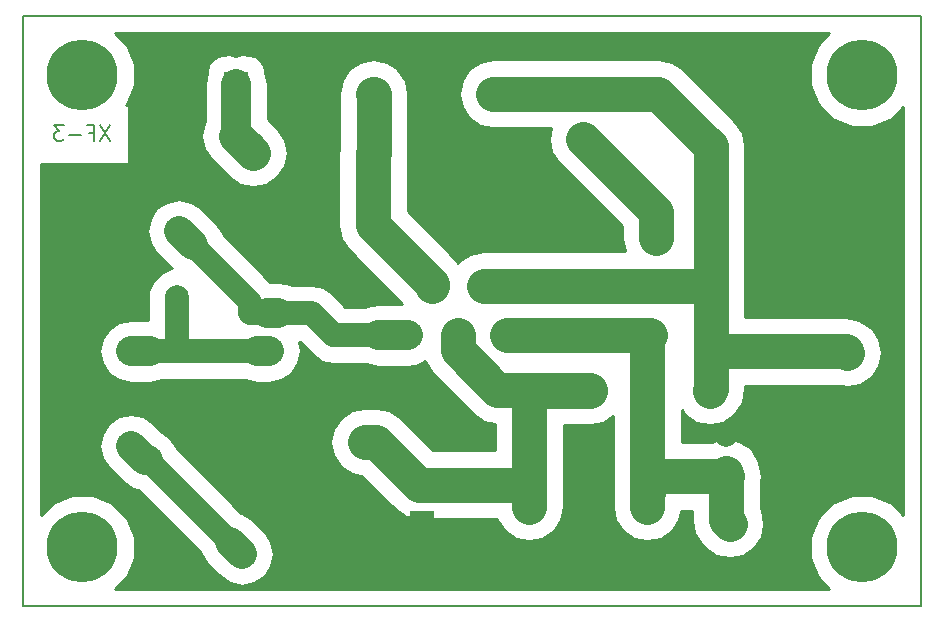
<source format=gbr>
G04 #@! TF.FileFunction,Copper,L2,Bot,Signal*
%FSLAX46Y46*%
G04 Gerber Fmt 4.6, Leading zero omitted, Abs format (unit mm)*
G04 Created by KiCad (PCBNEW 4.0.7+dfsg1-1~bpo9+1) date Sun Apr 15 22:39:30 2018*
%MOMM*%
%LPD*%
G01*
G04 APERTURE LIST*
%ADD10C,0.100000*%
%ADD11C,0.200000*%
%ADD12C,0.150000*%
%ADD13O,1.800860X2.499360*%
%ADD14C,2.000000*%
%ADD15R,2.000000X1.998980*%
%ADD16C,6.000000*%
%ADD17R,2.000000X2.000000*%
%ADD18O,1.981200X3.962400*%
%ADD19O,3.962400X1.981200*%
%ADD20O,2.000000X2.000000*%
%ADD21C,2.500000*%
%ADD22C,2.000000*%
%ADD23C,3.000000*%
%ADD24C,0.250000*%
G04 APERTURE END LIST*
D10*
D11*
X7364286Y-9288095D02*
X6497619Y-10588095D01*
X6497619Y-9288095D02*
X7364286Y-10588095D01*
X5569048Y-9907143D02*
X6002381Y-9907143D01*
X6002381Y-10588095D02*
X6002381Y-9288095D01*
X5383334Y-9288095D01*
X4888095Y-10092857D02*
X3897619Y-10092857D01*
X3402381Y-9288095D02*
X2597619Y-9288095D01*
X3030952Y-9783333D01*
X2845238Y-9783333D01*
X2721428Y-9845238D01*
X2659524Y-9907143D01*
X2597619Y-10030952D01*
X2597619Y-10340476D01*
X2659524Y-10464286D01*
X2721428Y-10526190D01*
X2845238Y-10588095D01*
X3216666Y-10588095D01*
X3340476Y-10526190D01*
X3402381Y-10464286D01*
D12*
X0Y0D02*
X76000000Y0D01*
X76000000Y0D02*
X76000000Y-50000000D01*
X0Y-50000000D02*
X76000000Y-50000000D01*
X0Y0D02*
X0Y-50000000D01*
D13*
X36775000Y-27050000D03*
X32575000Y-27050000D03*
X40975000Y-27050000D03*
X38975000Y-22850000D03*
X34575000Y-22850000D03*
D14*
X58185000Y-26924000D03*
D15*
X48025000Y-26924000D03*
D14*
X47990000Y-31652540D03*
D15*
X58150000Y-31652540D03*
D14*
X2840000Y-23800000D03*
X13000000Y-23800000D03*
X57560000Y-10400000D03*
X47400000Y-10400000D03*
X3000000Y-18200000D03*
X13160000Y-18200000D03*
X39800000Y-6600000D03*
X29640000Y-6600000D03*
X29660000Y-11600000D03*
X19500000Y-11600000D03*
D16*
X5000000Y-45000000D03*
X71000000Y-45000000D03*
X71000000Y-5000000D03*
X5000000Y-5000000D03*
D14*
X59500000Y-35500000D03*
D17*
X59500000Y-38700000D03*
D14*
X33710000Y-39760000D03*
D17*
X33710000Y-42960000D03*
D14*
X20510000Y-25160000D03*
D17*
X20510000Y-28360000D03*
D14*
X18010000Y-2560000D03*
D17*
X18010000Y-5760000D03*
D18*
X42800000Y-40600000D03*
X47800000Y-40600000D03*
X52800000Y-40600000D03*
D19*
X69100000Y-33425000D03*
X69100000Y-28425000D03*
D20*
X9100000Y-28400000D03*
X9100000Y-32400000D03*
X9100000Y-36400000D03*
X18450000Y-45500000D03*
X22450000Y-45500000D03*
D17*
X29400000Y-36000000D03*
D14*
X24400000Y-36000000D03*
D17*
X53600000Y-18400000D03*
D14*
X48600000Y-18400000D03*
D17*
X59800000Y-43000000D03*
D14*
X64800000Y-43000000D03*
D21*
X9100000Y-36400000D02*
X10314213Y-37614213D01*
X10314213Y-37614213D02*
X10564213Y-37614213D01*
X18525000Y-45575000D02*
X17525001Y-44575001D01*
D22*
X10564213Y-37614213D02*
X17525001Y-44575001D01*
X19185787Y-24225787D02*
X14400000Y-19440000D01*
D21*
X13160000Y-18200000D02*
X14400000Y-19440000D01*
D22*
X19185787Y-25200000D02*
X19185787Y-24225787D01*
X20600000Y-25200000D02*
X19185787Y-25200000D01*
X24400000Y-25200000D02*
X26250000Y-27050000D01*
X26250000Y-27050000D02*
X30050000Y-27050000D01*
X21600000Y-25200000D02*
X24400000Y-25200000D01*
D21*
X20600000Y-25200000D02*
X21600000Y-25200000D01*
X32575000Y-27050000D02*
X30050000Y-27050000D01*
X18010000Y-5760000D02*
X18010000Y-9260000D01*
X18000000Y-9270000D02*
X18000000Y-10160000D01*
X18010000Y-9260000D02*
X18000000Y-9270000D01*
D23*
X18000000Y-10160000D02*
X19440000Y-11600000D01*
D22*
X19440000Y-11600000D02*
X19440000Y-10840000D01*
D23*
X59500000Y-38700000D02*
X59500000Y-42700000D01*
X59500000Y-42700000D02*
X59800000Y-43000000D01*
X52825000Y-41575000D02*
X52825000Y-38600000D01*
X52825000Y-38600000D02*
X52825000Y-36175000D01*
X59600000Y-39000000D02*
X53225000Y-39000000D01*
X53225000Y-39000000D02*
X52825000Y-38600000D01*
X52825000Y-27275000D02*
X52825000Y-36175000D01*
X40975000Y-27050000D02*
X47927540Y-27050000D01*
X47927540Y-27050000D02*
X53050000Y-27050000D01*
X53050000Y-27050000D02*
X52825000Y-27275000D01*
X52825000Y-36175000D02*
X52825000Y-39725000D01*
X52900000Y-40400000D02*
X52825000Y-40475000D01*
X33500000Y-39725000D02*
X29875000Y-36100000D01*
X29875000Y-36100000D02*
X28925000Y-36100000D01*
X42825000Y-38725000D02*
X42825000Y-35493800D01*
X42825000Y-40475000D02*
X42825000Y-38725000D01*
X42825000Y-41575000D02*
X42825000Y-38725000D01*
X42850000Y-35468800D02*
X42850000Y-31750000D01*
X42825000Y-35493800D02*
X42850000Y-35468800D01*
X42825000Y-39725000D02*
X33500000Y-39725000D01*
X40127540Y-31652540D02*
X47990000Y-31652540D01*
X36775000Y-28300000D02*
X40127540Y-31652540D01*
X36775000Y-27050000D02*
X36775000Y-28300000D01*
X47940000Y-31750000D02*
X42850000Y-31750000D01*
X36799140Y-26999637D02*
X36799140Y-27274740D01*
X53600000Y-18800000D02*
X53600000Y-16600000D01*
X53600000Y-16600000D02*
X47400000Y-10400000D01*
X39800000Y-6600000D02*
X53760000Y-6600000D01*
X53760000Y-6600000D02*
X57560000Y-10400000D01*
X58185000Y-26924000D02*
X58185000Y-22800000D01*
X58185000Y-22800000D02*
X58185000Y-11025000D01*
X38975000Y-22850000D02*
X58135000Y-22850000D01*
X58135000Y-22850000D02*
X58185000Y-22800000D01*
X58185000Y-11025000D02*
X57560000Y-10400000D01*
X58185000Y-28425000D02*
X69650000Y-28425000D01*
X69650000Y-28425000D02*
X69750000Y-28525000D01*
X58185000Y-26747460D02*
X58185000Y-28425000D01*
X58185000Y-28425000D02*
X58185000Y-31617540D01*
X58185000Y-31617540D02*
X58150000Y-31652540D01*
X58125000Y-31725000D02*
X58100000Y-31750000D01*
X29660000Y-11600000D02*
X29660000Y-6620000D01*
X29660000Y-6620000D02*
X29640000Y-6600000D01*
X34575000Y-22850000D02*
X34575000Y-22725000D01*
X34575000Y-22725000D02*
X29600000Y-17750000D01*
X29600000Y-17750000D02*
X29600000Y-11600000D01*
D22*
X9100000Y-28400000D02*
X20800000Y-28400000D01*
X13000000Y-28400000D02*
X10750000Y-28400000D01*
X13000000Y-23800000D02*
X13000000Y-25213492D01*
X13000000Y-25213492D02*
X13000000Y-28400000D01*
X19800000Y-28400000D02*
X19790000Y-28410000D01*
D21*
X20800000Y-28400000D02*
X19800000Y-28400000D01*
X9100000Y-28400000D02*
X10750000Y-28400000D01*
D24*
G36*
X67250855Y-2490166D02*
X66575770Y-4115952D01*
X66574233Y-5876325D01*
X67246480Y-7503287D01*
X68490166Y-8749145D01*
X70115952Y-9424230D01*
X71876325Y-9425767D01*
X73503287Y-8753520D01*
X74500000Y-7758545D01*
X74500000Y-42242750D01*
X73509834Y-41250855D01*
X71884048Y-40575770D01*
X70123675Y-40574233D01*
X68496713Y-41246480D01*
X67250855Y-42490166D01*
X66575770Y-44115952D01*
X66574233Y-45876325D01*
X67246480Y-47503287D01*
X68241455Y-48500000D01*
X7757250Y-48500000D01*
X8749145Y-47509834D01*
X9424230Y-45884048D01*
X9425767Y-44123675D01*
X8753520Y-42496713D01*
X7509834Y-41250855D01*
X5884048Y-40575770D01*
X4123675Y-40574233D01*
X2496713Y-41246480D01*
X1500000Y-42241455D01*
X1500000Y-36400000D01*
X6424999Y-36400000D01*
X6628622Y-37423678D01*
X7208489Y-38291511D01*
X8422700Y-39505721D01*
X8422702Y-39505724D01*
X9290535Y-40085591D01*
X9684484Y-40163952D01*
X15037337Y-45516805D01*
X15053623Y-45598679D01*
X15633490Y-46466512D01*
X16633489Y-47466511D01*
X17501321Y-48046378D01*
X18525000Y-48250000D01*
X19548678Y-48046378D01*
X20416511Y-47466511D01*
X20996378Y-46598678D01*
X21200000Y-45575000D01*
X20996378Y-44551321D01*
X20416511Y-43683489D01*
X19416512Y-42683490D01*
X18548679Y-42103623D01*
X18466805Y-42087337D01*
X13051877Y-36672409D01*
X13035591Y-36590535D01*
X12455724Y-35722702D01*
X11702306Y-35219285D01*
X10991511Y-34508489D01*
X10123678Y-33928622D01*
X9100000Y-33724999D01*
X8076322Y-33928622D01*
X7208489Y-34508489D01*
X6628622Y-35376322D01*
X6424999Y-36400000D01*
X1500000Y-36400000D01*
X1500000Y-28400000D01*
X6425000Y-28400000D01*
X6628622Y-29423678D01*
X7208489Y-30291511D01*
X8076322Y-30871378D01*
X9100000Y-31075000D01*
X10750000Y-31075000D01*
X11773678Y-30871378D01*
X11843088Y-30825000D01*
X18706912Y-30825000D01*
X18776322Y-30871378D01*
X19800000Y-31075000D01*
X20800000Y-31075000D01*
X21823678Y-30871378D01*
X22691511Y-30291511D01*
X23271378Y-29423678D01*
X23475000Y-28400000D01*
X23320843Y-27625000D01*
X23395532Y-27625000D01*
X24535266Y-28764734D01*
X25321992Y-29290408D01*
X26250000Y-29475000D01*
X28956912Y-29475000D01*
X29026322Y-29521378D01*
X30050000Y-29725000D01*
X32313176Y-29725000D01*
X32575000Y-29777080D01*
X33464904Y-29600067D01*
X33575885Y-29525912D01*
X33598678Y-29521378D01*
X34034961Y-29229863D01*
X34072652Y-29419349D01*
X34706713Y-30368287D01*
X38059253Y-33720828D01*
X38634128Y-34104947D01*
X39008191Y-34354888D01*
X39925000Y-34537252D01*
X39925000Y-35368116D01*
X39900000Y-35493800D01*
X39900000Y-36800000D01*
X34711574Y-36800000D01*
X31943287Y-34031713D01*
X30994349Y-33397652D01*
X29875000Y-33175000D01*
X28925000Y-33175000D01*
X27805651Y-33397652D01*
X26856713Y-34031713D01*
X26222652Y-34980651D01*
X26000000Y-36100000D01*
X26222652Y-37219349D01*
X26856713Y-38168287D01*
X27805651Y-38802348D01*
X28598477Y-38960051D01*
X31431713Y-41793287D01*
X32380651Y-42427348D01*
X33500000Y-42650000D01*
X40113830Y-42650000D01*
X40122652Y-42694349D01*
X40756713Y-43643287D01*
X41705651Y-44277348D01*
X42825000Y-44500000D01*
X43944349Y-44277348D01*
X44893287Y-43643287D01*
X45527348Y-42694349D01*
X45750000Y-41575000D01*
X45750000Y-35594484D01*
X45775000Y-35468800D01*
X45775000Y-34675000D01*
X47940000Y-34675000D01*
X49059349Y-34452348D01*
X49900000Y-33890642D01*
X49900000Y-41575000D01*
X50122652Y-42694349D01*
X50756713Y-43643287D01*
X51705651Y-44277348D01*
X52825000Y-44500000D01*
X53944349Y-44277348D01*
X54893287Y-43643287D01*
X55527348Y-42694349D01*
X55680381Y-41925000D01*
X56575000Y-41925000D01*
X56575000Y-42700000D01*
X56797652Y-43819349D01*
X57431713Y-44768287D01*
X57731713Y-45068287D01*
X58680651Y-45702348D01*
X59800000Y-45924999D01*
X60919349Y-45702348D01*
X61868287Y-45068287D01*
X62502348Y-44119349D01*
X62724999Y-43000000D01*
X62502348Y-41880651D01*
X62425000Y-41764892D01*
X62425000Y-39502735D01*
X62525000Y-39000000D01*
X62302348Y-37880651D01*
X62244928Y-37794716D01*
X62202348Y-37580651D01*
X61568287Y-36631713D01*
X60619349Y-35997652D01*
X59500000Y-35775000D01*
X58380651Y-35997652D01*
X58264892Y-36075000D01*
X55750000Y-36075000D01*
X55750000Y-33396674D01*
X56031713Y-33818287D01*
X56980651Y-34452348D01*
X58100000Y-34675000D01*
X59219349Y-34452348D01*
X60168287Y-33818287D01*
X60193287Y-33793288D01*
X60827348Y-32844350D01*
X60832351Y-32819199D01*
X60887348Y-32736890D01*
X61007511Y-32132786D01*
X61110000Y-31617540D01*
X61110000Y-31350000D01*
X69247268Y-31350000D01*
X69750000Y-31449999D01*
X70869349Y-31227348D01*
X71818287Y-30593287D01*
X72452348Y-29644349D01*
X72674999Y-28525000D01*
X72452348Y-27405650D01*
X71818287Y-26456712D01*
X71718287Y-26356713D01*
X70769349Y-25722652D01*
X69650000Y-25500000D01*
X61110000Y-25500000D01*
X61110000Y-11025000D01*
X60887348Y-9905651D01*
X60887348Y-9905650D01*
X60253287Y-8956712D01*
X59628290Y-8331716D01*
X59628288Y-8331713D01*
X55828287Y-4531713D01*
X54879349Y-3897652D01*
X53760000Y-3675000D01*
X39800000Y-3675000D01*
X38680651Y-3897652D01*
X37731713Y-4531713D01*
X37097652Y-5480651D01*
X36875000Y-6600000D01*
X37097652Y-7719349D01*
X37731713Y-8668287D01*
X38680651Y-9302348D01*
X39800000Y-9525000D01*
X44649048Y-9525000D01*
X44475000Y-10400000D01*
X44697652Y-11519349D01*
X45331713Y-12468287D01*
X50675000Y-17811574D01*
X50675000Y-18800000D01*
X50897652Y-19919349D01*
X50901428Y-19925000D01*
X38975000Y-19925000D01*
X37855651Y-20147652D01*
X36906713Y-20781713D01*
X36816762Y-20916335D01*
X36643287Y-20656712D01*
X32525000Y-16538426D01*
X32525000Y-11901641D01*
X32585000Y-11600000D01*
X32585000Y-6620000D01*
X32362348Y-5500651D01*
X32362348Y-5500650D01*
X31728287Y-4551712D01*
X31708287Y-4531713D01*
X30759349Y-3897652D01*
X29640000Y-3675000D01*
X28520651Y-3897652D01*
X27571713Y-4531713D01*
X26937652Y-5480651D01*
X26715000Y-6600000D01*
X26735000Y-6700547D01*
X26735000Y-11298359D01*
X26675000Y-11600000D01*
X26675000Y-17750000D01*
X26897652Y-18869349D01*
X27531713Y-19818287D01*
X32088425Y-24375000D01*
X30050000Y-24375000D01*
X29026322Y-24578622D01*
X28956912Y-24625000D01*
X27254468Y-24625000D01*
X26114734Y-23485266D01*
X25328008Y-22959592D01*
X24400000Y-22775000D01*
X22693088Y-22775000D01*
X22623678Y-22728622D01*
X21600000Y-22525000D01*
X20909840Y-22525000D01*
X20900521Y-22511053D01*
X16887664Y-18498196D01*
X16871378Y-18416322D01*
X16291511Y-17548489D01*
X15051511Y-16308489D01*
X14183678Y-15728622D01*
X13160000Y-15524999D01*
X12136322Y-15728622D01*
X11268489Y-16308489D01*
X10688622Y-17176322D01*
X10484999Y-18200000D01*
X10688622Y-19223678D01*
X11268489Y-20091511D01*
X12508489Y-21331511D01*
X12573016Y-21374626D01*
X12519754Y-21374580D01*
X11628142Y-21742986D01*
X10945383Y-22424554D01*
X10575421Y-23315521D01*
X10574580Y-24280246D01*
X10575000Y-24281262D01*
X10575000Y-25725000D01*
X9100000Y-25725000D01*
X8076322Y-25928622D01*
X7208489Y-26508489D01*
X6628622Y-27376322D01*
X6425000Y-28400000D01*
X1500000Y-28400000D01*
X1500000Y-12565000D01*
X8975000Y-12565000D01*
X8975000Y-10160000D01*
X15075000Y-10160000D01*
X15297652Y-11279349D01*
X15931713Y-12228287D01*
X17371713Y-13668288D01*
X18320651Y-14302348D01*
X19440000Y-14525000D01*
X20559350Y-14302348D01*
X21508288Y-13668288D01*
X22142348Y-12719350D01*
X22365000Y-11600000D01*
X22142348Y-10480651D01*
X21508288Y-9531713D01*
X21261243Y-9284668D01*
X21154734Y-9125266D01*
X20995331Y-9018756D01*
X20685000Y-8708426D01*
X20685000Y-5760000D01*
X20481378Y-4736322D01*
X20449479Y-4688581D01*
X20363553Y-4231927D01*
X20051462Y-3746923D01*
X19575266Y-3421552D01*
X19083618Y-3321991D01*
X19033678Y-3288622D01*
X18010000Y-3085000D01*
X16986322Y-3288622D01*
X16938581Y-3320521D01*
X16481927Y-3406447D01*
X15996923Y-3718538D01*
X15671552Y-4194734D01*
X15571991Y-4686382D01*
X15538622Y-4736322D01*
X15335000Y-5760000D01*
X15335000Y-8984756D01*
X15297652Y-9040651D01*
X15075000Y-10160000D01*
X8975000Y-10160000D01*
X8975000Y-7565000D01*
X8693883Y-7565000D01*
X8749145Y-7509834D01*
X9424230Y-5884048D01*
X9425767Y-4123675D01*
X8753520Y-2496713D01*
X7758545Y-1500000D01*
X68242750Y-1500000D01*
X67250855Y-2490166D01*
X67250855Y-2490166D01*
G37*
X67250855Y-2490166D02*
X66575770Y-4115952D01*
X66574233Y-5876325D01*
X67246480Y-7503287D01*
X68490166Y-8749145D01*
X70115952Y-9424230D01*
X71876325Y-9425767D01*
X73503287Y-8753520D01*
X74500000Y-7758545D01*
X74500000Y-42242750D01*
X73509834Y-41250855D01*
X71884048Y-40575770D01*
X70123675Y-40574233D01*
X68496713Y-41246480D01*
X67250855Y-42490166D01*
X66575770Y-44115952D01*
X66574233Y-45876325D01*
X67246480Y-47503287D01*
X68241455Y-48500000D01*
X7757250Y-48500000D01*
X8749145Y-47509834D01*
X9424230Y-45884048D01*
X9425767Y-44123675D01*
X8753520Y-42496713D01*
X7509834Y-41250855D01*
X5884048Y-40575770D01*
X4123675Y-40574233D01*
X2496713Y-41246480D01*
X1500000Y-42241455D01*
X1500000Y-36400000D01*
X6424999Y-36400000D01*
X6628622Y-37423678D01*
X7208489Y-38291511D01*
X8422700Y-39505721D01*
X8422702Y-39505724D01*
X9290535Y-40085591D01*
X9684484Y-40163952D01*
X15037337Y-45516805D01*
X15053623Y-45598679D01*
X15633490Y-46466512D01*
X16633489Y-47466511D01*
X17501321Y-48046378D01*
X18525000Y-48250000D01*
X19548678Y-48046378D01*
X20416511Y-47466511D01*
X20996378Y-46598678D01*
X21200000Y-45575000D01*
X20996378Y-44551321D01*
X20416511Y-43683489D01*
X19416512Y-42683490D01*
X18548679Y-42103623D01*
X18466805Y-42087337D01*
X13051877Y-36672409D01*
X13035591Y-36590535D01*
X12455724Y-35722702D01*
X11702306Y-35219285D01*
X10991511Y-34508489D01*
X10123678Y-33928622D01*
X9100000Y-33724999D01*
X8076322Y-33928622D01*
X7208489Y-34508489D01*
X6628622Y-35376322D01*
X6424999Y-36400000D01*
X1500000Y-36400000D01*
X1500000Y-28400000D01*
X6425000Y-28400000D01*
X6628622Y-29423678D01*
X7208489Y-30291511D01*
X8076322Y-30871378D01*
X9100000Y-31075000D01*
X10750000Y-31075000D01*
X11773678Y-30871378D01*
X11843088Y-30825000D01*
X18706912Y-30825000D01*
X18776322Y-30871378D01*
X19800000Y-31075000D01*
X20800000Y-31075000D01*
X21823678Y-30871378D01*
X22691511Y-30291511D01*
X23271378Y-29423678D01*
X23475000Y-28400000D01*
X23320843Y-27625000D01*
X23395532Y-27625000D01*
X24535266Y-28764734D01*
X25321992Y-29290408D01*
X26250000Y-29475000D01*
X28956912Y-29475000D01*
X29026322Y-29521378D01*
X30050000Y-29725000D01*
X32313176Y-29725000D01*
X32575000Y-29777080D01*
X33464904Y-29600067D01*
X33575885Y-29525912D01*
X33598678Y-29521378D01*
X34034961Y-29229863D01*
X34072652Y-29419349D01*
X34706713Y-30368287D01*
X38059253Y-33720828D01*
X38634128Y-34104947D01*
X39008191Y-34354888D01*
X39925000Y-34537252D01*
X39925000Y-35368116D01*
X39900000Y-35493800D01*
X39900000Y-36800000D01*
X34711574Y-36800000D01*
X31943287Y-34031713D01*
X30994349Y-33397652D01*
X29875000Y-33175000D01*
X28925000Y-33175000D01*
X27805651Y-33397652D01*
X26856713Y-34031713D01*
X26222652Y-34980651D01*
X26000000Y-36100000D01*
X26222652Y-37219349D01*
X26856713Y-38168287D01*
X27805651Y-38802348D01*
X28598477Y-38960051D01*
X31431713Y-41793287D01*
X32380651Y-42427348D01*
X33500000Y-42650000D01*
X40113830Y-42650000D01*
X40122652Y-42694349D01*
X40756713Y-43643287D01*
X41705651Y-44277348D01*
X42825000Y-44500000D01*
X43944349Y-44277348D01*
X44893287Y-43643287D01*
X45527348Y-42694349D01*
X45750000Y-41575000D01*
X45750000Y-35594484D01*
X45775000Y-35468800D01*
X45775000Y-34675000D01*
X47940000Y-34675000D01*
X49059349Y-34452348D01*
X49900000Y-33890642D01*
X49900000Y-41575000D01*
X50122652Y-42694349D01*
X50756713Y-43643287D01*
X51705651Y-44277348D01*
X52825000Y-44500000D01*
X53944349Y-44277348D01*
X54893287Y-43643287D01*
X55527348Y-42694349D01*
X55680381Y-41925000D01*
X56575000Y-41925000D01*
X56575000Y-42700000D01*
X56797652Y-43819349D01*
X57431713Y-44768287D01*
X57731713Y-45068287D01*
X58680651Y-45702348D01*
X59800000Y-45924999D01*
X60919349Y-45702348D01*
X61868287Y-45068287D01*
X62502348Y-44119349D01*
X62724999Y-43000000D01*
X62502348Y-41880651D01*
X62425000Y-41764892D01*
X62425000Y-39502735D01*
X62525000Y-39000000D01*
X62302348Y-37880651D01*
X62244928Y-37794716D01*
X62202348Y-37580651D01*
X61568287Y-36631713D01*
X60619349Y-35997652D01*
X59500000Y-35775000D01*
X58380651Y-35997652D01*
X58264892Y-36075000D01*
X55750000Y-36075000D01*
X55750000Y-33396674D01*
X56031713Y-33818287D01*
X56980651Y-34452348D01*
X58100000Y-34675000D01*
X59219349Y-34452348D01*
X60168287Y-33818287D01*
X60193287Y-33793288D01*
X60827348Y-32844350D01*
X60832351Y-32819199D01*
X60887348Y-32736890D01*
X61007511Y-32132786D01*
X61110000Y-31617540D01*
X61110000Y-31350000D01*
X69247268Y-31350000D01*
X69750000Y-31449999D01*
X70869349Y-31227348D01*
X71818287Y-30593287D01*
X72452348Y-29644349D01*
X72674999Y-28525000D01*
X72452348Y-27405650D01*
X71818287Y-26456712D01*
X71718287Y-26356713D01*
X70769349Y-25722652D01*
X69650000Y-25500000D01*
X61110000Y-25500000D01*
X61110000Y-11025000D01*
X60887348Y-9905651D01*
X60887348Y-9905650D01*
X60253287Y-8956712D01*
X59628290Y-8331716D01*
X59628288Y-8331713D01*
X55828287Y-4531713D01*
X54879349Y-3897652D01*
X53760000Y-3675000D01*
X39800000Y-3675000D01*
X38680651Y-3897652D01*
X37731713Y-4531713D01*
X37097652Y-5480651D01*
X36875000Y-6600000D01*
X37097652Y-7719349D01*
X37731713Y-8668287D01*
X38680651Y-9302348D01*
X39800000Y-9525000D01*
X44649048Y-9525000D01*
X44475000Y-10400000D01*
X44697652Y-11519349D01*
X45331713Y-12468287D01*
X50675000Y-17811574D01*
X50675000Y-18800000D01*
X50897652Y-19919349D01*
X50901428Y-19925000D01*
X38975000Y-19925000D01*
X37855651Y-20147652D01*
X36906713Y-20781713D01*
X36816762Y-20916335D01*
X36643287Y-20656712D01*
X32525000Y-16538426D01*
X32525000Y-11901641D01*
X32585000Y-11600000D01*
X32585000Y-6620000D01*
X32362348Y-5500651D01*
X32362348Y-5500650D01*
X31728287Y-4551712D01*
X31708287Y-4531713D01*
X30759349Y-3897652D01*
X29640000Y-3675000D01*
X28520651Y-3897652D01*
X27571713Y-4531713D01*
X26937652Y-5480651D01*
X26715000Y-6600000D01*
X26735000Y-6700547D01*
X26735000Y-11298359D01*
X26675000Y-11600000D01*
X26675000Y-17750000D01*
X26897652Y-18869349D01*
X27531713Y-19818287D01*
X32088425Y-24375000D01*
X30050000Y-24375000D01*
X29026322Y-24578622D01*
X28956912Y-24625000D01*
X27254468Y-24625000D01*
X26114734Y-23485266D01*
X25328008Y-22959592D01*
X24400000Y-22775000D01*
X22693088Y-22775000D01*
X22623678Y-22728622D01*
X21600000Y-22525000D01*
X20909840Y-22525000D01*
X20900521Y-22511053D01*
X16887664Y-18498196D01*
X16871378Y-18416322D01*
X16291511Y-17548489D01*
X15051511Y-16308489D01*
X14183678Y-15728622D01*
X13160000Y-15524999D01*
X12136322Y-15728622D01*
X11268489Y-16308489D01*
X10688622Y-17176322D01*
X10484999Y-18200000D01*
X10688622Y-19223678D01*
X11268489Y-20091511D01*
X12508489Y-21331511D01*
X12573016Y-21374626D01*
X12519754Y-21374580D01*
X11628142Y-21742986D01*
X10945383Y-22424554D01*
X10575421Y-23315521D01*
X10574580Y-24280246D01*
X10575000Y-24281262D01*
X10575000Y-25725000D01*
X9100000Y-25725000D01*
X8076322Y-25928622D01*
X7208489Y-26508489D01*
X6628622Y-27376322D01*
X6425000Y-28400000D01*
X1500000Y-28400000D01*
X1500000Y-12565000D01*
X8975000Y-12565000D01*
X8975000Y-10160000D01*
X15075000Y-10160000D01*
X15297652Y-11279349D01*
X15931713Y-12228287D01*
X17371713Y-13668288D01*
X18320651Y-14302348D01*
X19440000Y-14525000D01*
X20559350Y-14302348D01*
X21508288Y-13668288D01*
X22142348Y-12719350D01*
X22365000Y-11600000D01*
X22142348Y-10480651D01*
X21508288Y-9531713D01*
X21261243Y-9284668D01*
X21154734Y-9125266D01*
X20995331Y-9018756D01*
X20685000Y-8708426D01*
X20685000Y-5760000D01*
X20481378Y-4736322D01*
X20449479Y-4688581D01*
X20363553Y-4231927D01*
X20051462Y-3746923D01*
X19575266Y-3421552D01*
X19083618Y-3321991D01*
X19033678Y-3288622D01*
X18010000Y-3085000D01*
X16986322Y-3288622D01*
X16938581Y-3320521D01*
X16481927Y-3406447D01*
X15996923Y-3718538D01*
X15671552Y-4194734D01*
X15571991Y-4686382D01*
X15538622Y-4736322D01*
X15335000Y-5760000D01*
X15335000Y-8984756D01*
X15297652Y-9040651D01*
X15075000Y-10160000D01*
X8975000Y-10160000D01*
X8975000Y-7565000D01*
X8693883Y-7565000D01*
X8749145Y-7509834D01*
X9424230Y-5884048D01*
X9425767Y-4123675D01*
X8753520Y-2496713D01*
X7758545Y-1500000D01*
X68242750Y-1500000D01*
X67250855Y-2490166D01*
M02*

</source>
